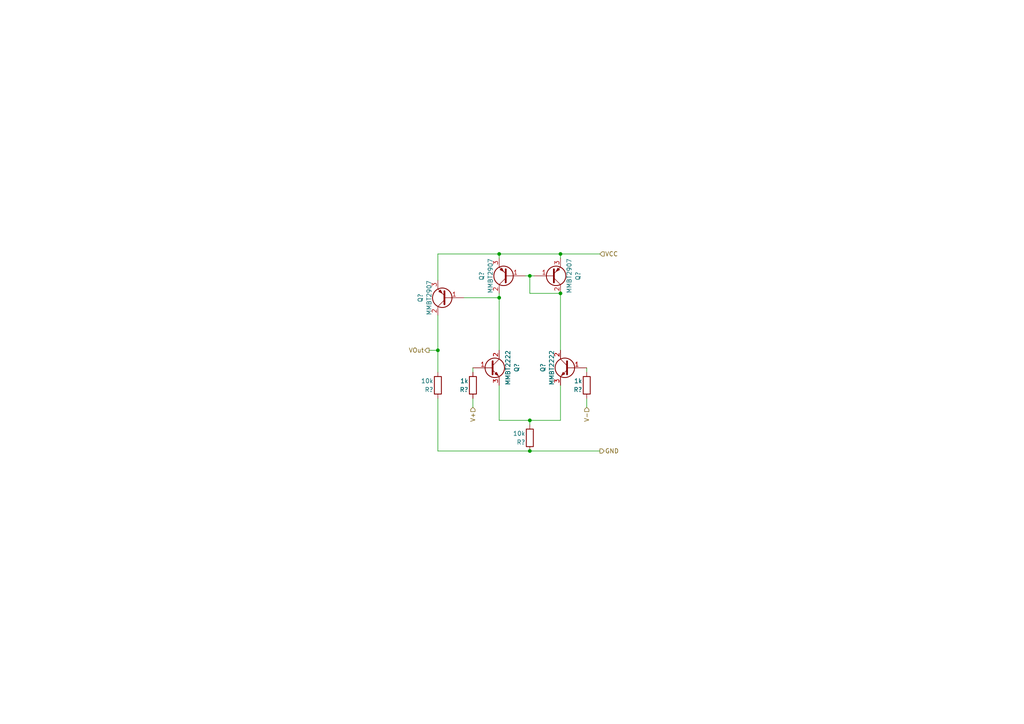
<source format=kicad_sch>
(kicad_sch (version 20211123) (generator eeschema)
  (paper "A4")
  (lib_symbols
    (symbol "Device:Q_NPN_BCE" (pin_names (offset 0) hide)
      (property "Reference" "Q" (at 5.08 1.27 0))
      (property "Value" "Q_NPN_BCE" (at 5.08 -1.27 0))
      (symbol "Q_NPN_BCE_0_1"
        (polyline (pts (xy 0.635 0.635) (xy 2.54 2.54)))
        (polyline (pts (xy 0.635 -0.635) (xy 2.54 -2.54) (xy 2.54 -2.54)))
        (polyline (pts (xy 0.635 1.905) (xy 0.635 -1.905) (xy 0.635 -1.905)) (stroke (width 0.508)))
        (polyline (pts (xy 1.27 -1.778) (xy 1.778 -1.27) (xy 2.286 -2.286) (xy 1.27 -1.778) (xy 1.27 -1.778)) (fill (type outline)))
        (circle (center 1.27 0) (radius 2.8194) (stroke (width 0.254)))
      )
      (symbol "Q_NPN_BCE_1_1"
        (pin input line (at -5.08 0 0) (length 5.715) (name "B") (number "1"))
        (pin passive line (at 2.54 5.08 270) (length 2.54) (name "C") (number "2"))
        (pin passive line (at 2.54 -5.08 90) (length 2.54) (name "E") (number "3"))
      )
    )
    (symbol "Device:Q_PNP_BCE" (pin_names (offset 0) hide)
      (property "Reference" "Q" (at 5.08 1.27 0))
      (property "Value" "Q_PNP_BCE" (at 5.08 -1.27 0))
      (symbol "Q_PNP_BCE_0_1"
        (polyline (pts (xy 0.635 0.635) (xy 2.54 2.54)))
        (polyline (pts (xy 0.635 -0.635) (xy 2.54 -2.54) (xy 2.54 -2.54)))
        (polyline (pts (xy 0.635 1.905) (xy 0.635 -1.905) (xy 0.635 -1.905)) (stroke (width 0.508)))
        (polyline (pts (xy 2.286 -1.778) (xy 1.778 -2.286) (xy 1.27 -1.27) (xy 2.286 -1.778) (xy 2.286 -1.778)) (fill (type outline)))
        (circle (center 1.27 0) (radius 2.8194) (stroke (width 0.254)))
      )
      (symbol "Q_PNP_BCE_1_1"
        (pin input line (at -5.08 0 0) (length 5.715) (name "B") (number "1"))
        (pin passive line (at 2.54 5.08 270) (length 2.54) (name "C") (number "2"))
        (pin passive line (at 2.54 -5.08 90) (length 2.54) (name "E") (number "3"))
      )
    )
    (symbol "Device:R" (pin_numbers hide) (pin_names (offset 0))
      (property "Reference" "R" (at 2.032 0 90))
      (property "Value" "R" (at 0 0 90))
      (symbol "R_0_1"
        (rectangle (start -1.016 -2.54) (end 1.016 2.54) (stroke (width 0.254)))
      )
      (symbol "R_1_1"
        (pin passive line (at 0 3.81 270) (length 1.27) (name "~") (number "1"))
        (pin passive line (at 0 -3.81 90) (length 1.27) (name "~") (number "2"))
      )
    )
  )
  (junction (at 144.78 73.66))
  (junction (at 144.78 86.36))
  (junction (at 162.56 73.66))
  (junction (at 153.67 121.92))
  (junction (at 153.67 80.01))
  (junction (at 127 101.6))
  (junction (at 162.56 85.09))
  (junction (at 153.67 130.81))
  (wire (pts (xy 162.56 121.92) (xy 162.56 111.76)))
  (wire (pts (xy 144.78 73.66) (xy 162.56 73.66)))
  (wire (pts (xy 153.67 80.01) (xy 153.67 85.09)))
  (wire (pts (xy 152.4 80.01) (xy 153.67 80.01)))
  (wire (pts (xy 127 101.6) (xy 127 107.95)))
  (wire (pts (xy 127 115.57) (xy 127 130.81)))
  (wire (pts (xy 144.78 73.66) (xy 127 73.66)))
  (wire (pts (xy 134.62 86.36) (xy 144.78 86.36)))
  (wire (pts (xy 162.56 85.09) (xy 162.56 101.6)))
  (wire (pts (xy 153.67 130.81) (xy 173.99 130.81)))
  (wire (pts (xy 137.16 115.57) (xy 137.16 118.11)))
  (wire (pts (xy 153.67 85.09) (xy 162.56 85.09)))
  (wire (pts (xy 144.78 111.76) (xy 144.78 121.92)))
  (wire (pts (xy 144.78 86.36) (xy 144.78 101.6)))
  (wire (pts (xy 127 91.44) (xy 127 101.6)))
  (wire (pts (xy 170.18 115.57) (xy 170.18 118.11)))
  (wire (pts (xy 144.78 121.92) (xy 153.67 121.92)))
  (wire (pts (xy 162.56 73.66) (xy 162.56 74.93)))
  (wire (pts (xy 162.56 73.66) (xy 173.99 73.66)))
  (wire (pts (xy 144.78 73.66) (xy 144.78 74.93)))
  (wire (pts (xy 153.67 80.01) (xy 154.94 80.01)))
  (wire (pts (xy 170.18 106.68) (xy 170.18 107.95)))
  (wire (pts (xy 127 130.81) (xy 153.67 130.81)))
  (wire (pts (xy 153.67 121.92) (xy 153.67 123.19)))
  (wire (pts (xy 144.78 85.09) (xy 144.78 86.36)))
  (wire (pts (xy 137.16 106.68) (xy 137.16 107.95)))
  (wire (pts (xy 124.46 101.6) (xy 127 101.6)))
  (wire (pts (xy 153.67 121.92) (xy 162.56 121.92)))
  (wire (pts (xy 127 73.66) (xy 127 81.28)))
  (hierarchical_label "GND" (shape output) (at 173.99 130.81 0))
  (hierarchical_label "V-" (shape input) (at 170.18 118.11 270))
  (hierarchical_label "VOut" (shape output) (at 124.46 101.6 180))
  (hierarchical_label "VCC" (shape input) (at 173.99 73.66 0))
  (hierarchical_label "V+" (shape input) (at 137.16 118.11 270))
  (symbol (lib_id "Device:R") (at 170.18 111.76 180) (unit 1)
    (property "Reference" "R?" (at 168.91 113.03 0) (effects (justify left)))
    (property "Value" "1k" (at 168.91 110.49 0) (effects (justify left)))
  )
  (symbol (lib_id "Device:Q_PNP_BCE") (at 160.02 80.01 0) (mirror x) (unit 1)
    (property "Reference" "Q?" (at 167.64 78.74 90) (effects (justify left)))
    (property "Value" "MMBT2907" (at 165.1 74.93 90) (effects (justify left)))
  )
  (symbol (lib_id "Device:R") (at 153.67 127 180) (unit 1)
    (property "Reference" "R?" (at 152.4 128.27 0) (effects (justify left)))
    (property "Value" "10k" (at 152.4 125.73 0) (effects (justify left)))
  )
  (symbol (lib_id "Device:Q_NPN_BCE") (at 142.24 106.68 0) (unit 1)
    (property "Reference" "Q?" (at 149.86 107.95 90) (effects (justify left)))
    (property "Value" "MMBT2222" (at 147.32 111.76 90) (effects (justify left)))
  )
  (symbol (lib_id "Device:R") (at 137.16 111.76 180) (unit 1)
    (property "Reference" "R?" (at 135.89 113.03 0) (effects (justify left)))
    (property "Value" "1k" (at 135.89 110.49 0) (effects (justify left)))
  )
  (symbol (lib_id "Device:Q_PNP_BCE") (at 147.32 80.01 180) (unit 1)
    (property "Reference" "Q?" (at 139.7 78.74 90) (effects (justify left)))
    (property "Value" "MMBT2907" (at 142.24 74.93 90) (effects (justify left)))
  )
  (symbol (lib_id "Device:Q_PNP_BCE") (at 129.54 86.36 180) (unit 1)
    (property "Reference" "Q?" (at 121.92 85.09 90) (effects (justify left)))
    (property "Value" "MMBT2907" (at 124.46 81.28 90) (effects (justify left)))
  )
  (symbol (lib_id "Device:R") (at 127 111.76 180) (unit 1)
    (property "Reference" "R?" (at 125.73 113.03 0) (effects (justify left)))
    (property "Value" "10k" (at 125.73 110.49 0) (effects (justify left)))
  )
  (symbol (lib_id "Device:Q_NPN_BCE") (at 165.1 106.68 0) (mirror y) (unit 1)
    (property "Reference" "Q?" (at 157.48 107.95 90) (effects (justify left)))
    (property "Value" "MMBT2222" (at 160.02 111.76 90) (effects (justify left)))
  )
)
</source>
